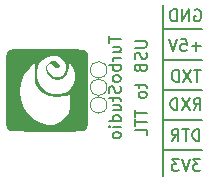
<source format=gbo>
%TF.GenerationSoftware,KiCad,Pcbnew,(6.0.2)*%
%TF.CreationDate,2022-04-27T15:01:22+08:00*%
%TF.ProjectId,USBtoTTL,55534274-6f54-4544-9c2e-6b696361645f,rev?*%
%TF.SameCoordinates,Original*%
%TF.FileFunction,Legend,Bot*%
%TF.FilePolarity,Positive*%
%FSLAX45Y45*%
G04 Gerber Fmt 4.5, Leading zero omitted, Abs format (unit mm)*
G04 Created by KiCad (PCBNEW (6.0.2)) date 2022-04-27 15:01:22*
%MOMM*%
%LPD*%
G01*
G04 APERTURE LIST*
%ADD10C,0.150000*%
%ADD11C,0.203200*%
%ADD12C,0.120000*%
G04 APERTURE END LIST*
D10*
X7940040Y-7284720D02*
X8270240Y-7284720D01*
X7940040Y-7030720D02*
X8270240Y-7030720D01*
X7940040Y-6057900D02*
X7940040Y-7505700D01*
X7940040Y-6261100D02*
X8270240Y-6261100D01*
X7940040Y-6780728D02*
X8270240Y-6780728D01*
X7940040Y-6525260D02*
X8270240Y-6525260D01*
X8204190Y-6101880D02*
X8213714Y-6097118D01*
X8228000Y-6097118D01*
X8242286Y-6101880D01*
X8251809Y-6111404D01*
X8256571Y-6120928D01*
X8261333Y-6139975D01*
X8261333Y-6154261D01*
X8256571Y-6173308D01*
X8251809Y-6182832D01*
X8242286Y-6192356D01*
X8228000Y-6197118D01*
X8218476Y-6197118D01*
X8204190Y-6192356D01*
X8199428Y-6187594D01*
X8199428Y-6154261D01*
X8218476Y-6154261D01*
X8156571Y-6197118D02*
X8156571Y-6097118D01*
X8099428Y-6197118D01*
X8099428Y-6097118D01*
X8051809Y-6197118D02*
X8051809Y-6097118D01*
X8028000Y-6097118D01*
X8013714Y-6101880D01*
X8004190Y-6111404D01*
X7999428Y-6120928D01*
X7994667Y-6139975D01*
X7994667Y-6154261D01*
X7999428Y-6173308D01*
X8004190Y-6182832D01*
X8013714Y-6192356D01*
X8028000Y-6197118D01*
X8051809Y-6197118D01*
X8254190Y-6607658D02*
X8197048Y-6607658D01*
X8225619Y-6707658D02*
X8225619Y-6607658D01*
X8173238Y-6607658D02*
X8106571Y-6707658D01*
X8106571Y-6607658D02*
X8173238Y-6707658D01*
X8068476Y-6707658D02*
X8068476Y-6607658D01*
X8044667Y-6607658D01*
X8030381Y-6612420D01*
X8020857Y-6621944D01*
X8016095Y-6631468D01*
X8011333Y-6650515D01*
X8011333Y-6664801D01*
X8016095Y-6683848D01*
X8020857Y-6693372D01*
X8030381Y-6702896D01*
X8044667Y-6707658D01*
X8068476Y-6707658D01*
D11*
X7475462Y-6321939D02*
X7475462Y-6379996D01*
X7577062Y-6350968D02*
X7475462Y-6350968D01*
X7509328Y-6457406D02*
X7577062Y-6457406D01*
X7509328Y-6413863D02*
X7562548Y-6413863D01*
X7572224Y-6418701D01*
X7577062Y-6428377D01*
X7577062Y-6442891D01*
X7572224Y-6452568D01*
X7567386Y-6457406D01*
X7577062Y-6505787D02*
X7509328Y-6505787D01*
X7528681Y-6505787D02*
X7519005Y-6510625D01*
X7514167Y-6515463D01*
X7509328Y-6525139D01*
X7509328Y-6534815D01*
X7577062Y-6568682D02*
X7475462Y-6568682D01*
X7514167Y-6568682D02*
X7509328Y-6578358D01*
X7509328Y-6597710D01*
X7514167Y-6607387D01*
X7519005Y-6612225D01*
X7528681Y-6617063D01*
X7557709Y-6617063D01*
X7567386Y-6612225D01*
X7572224Y-6607387D01*
X7577062Y-6597710D01*
X7577062Y-6578358D01*
X7572224Y-6568682D01*
X7577062Y-6675120D02*
X7572224Y-6665444D01*
X7567386Y-6660606D01*
X7557709Y-6655768D01*
X7528681Y-6655768D01*
X7519005Y-6660606D01*
X7514167Y-6665444D01*
X7509328Y-6675120D01*
X7509328Y-6689634D01*
X7514167Y-6699310D01*
X7519005Y-6704148D01*
X7528681Y-6708987D01*
X7557709Y-6708987D01*
X7567386Y-6704148D01*
X7572224Y-6699310D01*
X7577062Y-6689634D01*
X7577062Y-6675120D01*
X7572224Y-6747691D02*
X7577062Y-6762206D01*
X7577062Y-6786396D01*
X7572224Y-6796072D01*
X7567386Y-6800910D01*
X7557709Y-6805748D01*
X7548033Y-6805748D01*
X7538357Y-6800910D01*
X7533519Y-6796072D01*
X7528681Y-6786396D01*
X7523843Y-6767044D01*
X7519005Y-6757368D01*
X7514167Y-6752529D01*
X7504490Y-6747691D01*
X7494814Y-6747691D01*
X7485138Y-6752529D01*
X7480300Y-6757368D01*
X7475462Y-6767044D01*
X7475462Y-6791234D01*
X7480300Y-6805748D01*
X7509328Y-6834777D02*
X7509328Y-6873482D01*
X7475462Y-6849291D02*
X7562548Y-6849291D01*
X7572224Y-6854129D01*
X7577062Y-6863806D01*
X7577062Y-6873482D01*
X7509328Y-6950891D02*
X7577062Y-6950891D01*
X7509328Y-6907348D02*
X7562548Y-6907348D01*
X7572224Y-6912187D01*
X7577062Y-6921863D01*
X7577062Y-6936377D01*
X7572224Y-6946053D01*
X7567386Y-6950891D01*
X7577062Y-7042815D02*
X7475462Y-7042815D01*
X7572224Y-7042815D02*
X7577062Y-7033139D01*
X7577062Y-7013787D01*
X7572224Y-7004110D01*
X7567386Y-6999272D01*
X7557709Y-6994434D01*
X7528681Y-6994434D01*
X7519005Y-6999272D01*
X7514167Y-7004110D01*
X7509328Y-7013787D01*
X7509328Y-7033139D01*
X7514167Y-7042815D01*
X7577062Y-7091196D02*
X7509328Y-7091196D01*
X7475462Y-7091196D02*
X7480300Y-7086358D01*
X7485138Y-7091196D01*
X7480300Y-7096034D01*
X7475462Y-7091196D01*
X7485138Y-7091196D01*
X7577062Y-7154091D02*
X7572224Y-7144415D01*
X7567386Y-7139577D01*
X7557709Y-7134739D01*
X7528681Y-7134739D01*
X7519005Y-7139577D01*
X7514167Y-7144415D01*
X7509328Y-7154091D01*
X7509328Y-7168606D01*
X7514167Y-7178282D01*
X7519005Y-7183120D01*
X7528681Y-7187958D01*
X7557709Y-7187958D01*
X7567386Y-7183120D01*
X7572224Y-7178282D01*
X7577062Y-7168606D01*
X7577062Y-7154091D01*
D10*
X8251809Y-7364578D02*
X8189905Y-7364578D01*
X8223238Y-7402673D01*
X8208952Y-7402673D01*
X8199428Y-7407435D01*
X8194667Y-7412197D01*
X8189905Y-7421721D01*
X8189905Y-7445530D01*
X8194667Y-7455054D01*
X8199428Y-7459816D01*
X8208952Y-7464578D01*
X8237524Y-7464578D01*
X8247048Y-7459816D01*
X8251809Y-7455054D01*
X8161333Y-7364578D02*
X8128000Y-7464578D01*
X8094667Y-7364578D01*
X8070857Y-7364578D02*
X8008952Y-7364578D01*
X8042286Y-7402673D01*
X8028000Y-7402673D01*
X8018476Y-7407435D01*
X8013714Y-7412197D01*
X8008952Y-7421721D01*
X8008952Y-7445530D01*
X8013714Y-7455054D01*
X8018476Y-7459816D01*
X8028000Y-7464578D01*
X8056571Y-7464578D01*
X8066095Y-7459816D01*
X8070857Y-7455054D01*
X8194667Y-6948958D02*
X8228000Y-6901339D01*
X8251809Y-6948958D02*
X8251809Y-6848958D01*
X8213714Y-6848958D01*
X8204190Y-6853720D01*
X8199428Y-6858482D01*
X8194667Y-6868006D01*
X8194667Y-6882291D01*
X8199428Y-6891815D01*
X8204190Y-6896577D01*
X8213714Y-6901339D01*
X8251809Y-6901339D01*
X8161333Y-6848958D02*
X8094667Y-6948958D01*
X8094667Y-6848958D02*
X8161333Y-6948958D01*
X8056571Y-6948958D02*
X8056571Y-6848958D01*
X8032762Y-6848958D01*
X8018476Y-6853720D01*
X8008952Y-6863244D01*
X8004190Y-6872768D01*
X7999428Y-6891815D01*
X7999428Y-6906101D01*
X8004190Y-6925148D01*
X8008952Y-6934672D01*
X8018476Y-6944196D01*
X8032762Y-6948958D01*
X8056571Y-6948958D01*
D11*
X7697318Y-6363543D02*
X7778270Y-6363543D01*
X7787794Y-6368305D01*
X7792556Y-6373067D01*
X7797318Y-6382590D01*
X7797318Y-6401638D01*
X7792556Y-6411162D01*
X7787794Y-6415924D01*
X7778270Y-6420686D01*
X7697318Y-6420686D01*
X7792556Y-6463543D02*
X7797318Y-6477828D01*
X7797318Y-6501638D01*
X7792556Y-6511162D01*
X7787794Y-6515924D01*
X7778270Y-6520686D01*
X7768747Y-6520686D01*
X7759223Y-6515924D01*
X7754461Y-6511162D01*
X7749699Y-6501638D01*
X7744937Y-6482590D01*
X7740175Y-6473067D01*
X7735413Y-6468305D01*
X7725889Y-6463543D01*
X7716366Y-6463543D01*
X7706842Y-6468305D01*
X7702080Y-6473067D01*
X7697318Y-6482590D01*
X7697318Y-6506400D01*
X7702080Y-6520686D01*
X7744937Y-6596876D02*
X7749699Y-6611162D01*
X7754461Y-6615924D01*
X7763985Y-6620686D01*
X7778270Y-6620686D01*
X7787794Y-6615924D01*
X7792556Y-6611162D01*
X7797318Y-6601638D01*
X7797318Y-6563543D01*
X7697318Y-6563543D01*
X7697318Y-6596876D01*
X7702080Y-6606400D01*
X7706842Y-6611162D01*
X7716366Y-6615924D01*
X7725889Y-6615924D01*
X7735413Y-6611162D01*
X7740175Y-6606400D01*
X7744937Y-6596876D01*
X7744937Y-6563543D01*
X7730651Y-6725448D02*
X7730651Y-6763543D01*
X7697318Y-6739733D02*
X7783032Y-6739733D01*
X7792556Y-6744495D01*
X7797318Y-6754019D01*
X7797318Y-6763543D01*
X7797318Y-6811162D02*
X7792556Y-6801638D01*
X7787794Y-6796876D01*
X7778270Y-6792114D01*
X7749699Y-6792114D01*
X7740175Y-6796876D01*
X7735413Y-6801638D01*
X7730651Y-6811162D01*
X7730651Y-6825448D01*
X7735413Y-6834971D01*
X7740175Y-6839733D01*
X7749699Y-6844495D01*
X7778270Y-6844495D01*
X7787794Y-6839733D01*
X7792556Y-6834971D01*
X7797318Y-6825448D01*
X7797318Y-6811162D01*
X7697318Y-6949257D02*
X7697318Y-7006400D01*
X7797318Y-6977828D02*
X7697318Y-6977828D01*
X7697318Y-7025448D02*
X7697318Y-7082590D01*
X7797318Y-7054019D02*
X7697318Y-7054019D01*
X7797318Y-7163543D02*
X7797318Y-7115924D01*
X7697318Y-7115924D01*
D10*
X8242286Y-7210578D02*
X8242286Y-7110578D01*
X8218476Y-7110578D01*
X8204190Y-7115340D01*
X8194667Y-7124864D01*
X8189905Y-7134388D01*
X8185143Y-7153435D01*
X8185143Y-7167721D01*
X8189905Y-7186768D01*
X8194667Y-7196292D01*
X8204190Y-7205816D01*
X8218476Y-7210578D01*
X8242286Y-7210578D01*
X8156571Y-7110578D02*
X8099428Y-7110578D01*
X8128000Y-7210578D02*
X8128000Y-7110578D01*
X8008952Y-7210578D02*
X8042286Y-7162959D01*
X8066095Y-7210578D02*
X8066095Y-7110578D01*
X8028000Y-7110578D01*
X8018476Y-7115340D01*
X8013714Y-7120102D01*
X8008952Y-7129626D01*
X8008952Y-7143911D01*
X8013714Y-7153435D01*
X8018476Y-7158197D01*
X8028000Y-7162959D01*
X8066095Y-7162959D01*
X8256571Y-6410483D02*
X8180381Y-6410483D01*
X8218476Y-6448578D02*
X8218476Y-6372388D01*
X8085143Y-6348578D02*
X8132762Y-6348578D01*
X8137524Y-6396197D01*
X8132762Y-6391435D01*
X8123238Y-6386673D01*
X8099428Y-6386673D01*
X8089905Y-6391435D01*
X8085143Y-6396197D01*
X8080381Y-6405721D01*
X8080381Y-6429530D01*
X8085143Y-6439054D01*
X8089905Y-6443816D01*
X8099428Y-6448578D01*
X8123238Y-6448578D01*
X8132762Y-6443816D01*
X8137524Y-6439054D01*
X8051809Y-6348578D02*
X8018476Y-6448578D01*
X7985143Y-6348578D01*
D12*
%TO.C,TP3*%
X7461400Y-6756400D02*
G75*
G03*
X7461400Y-6756400I-70000J0D01*
G01*
%TO.C,TP2*%
X7461400Y-6906260D02*
G75*
G03*
X7461400Y-6906260I-70000J0D01*
G01*
%TO.C,TP1*%
X7461400Y-6609080D02*
G75*
G03*
X7461400Y-6609080I-70000J0D01*
G01*
%TO.C,G\u002A\u002A\u002A*%
G36*
X6952618Y-6431455D02*
G01*
X6956387Y-6431455D01*
X6991496Y-6431506D01*
X7047798Y-6431588D01*
X7119877Y-6432059D01*
X7175097Y-6433006D01*
X7215930Y-6434562D01*
X7244848Y-6436861D01*
X7264325Y-6440040D01*
X7276832Y-6444233D01*
X7284843Y-6449574D01*
X7287924Y-6452654D01*
X7293130Y-6460599D01*
X7297151Y-6472969D01*
X7300138Y-6492261D01*
X7302243Y-6520971D01*
X7303617Y-6561593D01*
X7304411Y-6616625D01*
X7304777Y-6688561D01*
X7304865Y-6779898D01*
X7304865Y-6783667D01*
X7304732Y-6875078D01*
X7304260Y-6947157D01*
X7303314Y-7002377D01*
X7301758Y-7043210D01*
X7299458Y-7072128D01*
X7296280Y-7091605D01*
X7292087Y-7104112D01*
X7286745Y-7112123D01*
X7283666Y-7115204D01*
X7275721Y-7120410D01*
X7263351Y-7124431D01*
X7244059Y-7127418D01*
X7215349Y-7129523D01*
X7174726Y-7130897D01*
X7119695Y-7131691D01*
X7047759Y-7132057D01*
X6956422Y-7132145D01*
X6952653Y-7132145D01*
X6861242Y-7132012D01*
X6789163Y-7131540D01*
X6733943Y-7130594D01*
X6693110Y-7129038D01*
X6664191Y-7126738D01*
X6644715Y-7123560D01*
X6632207Y-7119367D01*
X6624197Y-7114025D01*
X6621116Y-7110946D01*
X6615910Y-7103001D01*
X6611889Y-7090631D01*
X6608902Y-7071339D01*
X6606797Y-7042629D01*
X6605423Y-7002006D01*
X6604629Y-6946975D01*
X6604263Y-6875039D01*
X6604185Y-6793582D01*
X6723968Y-6793582D01*
X6731004Y-6864686D01*
X6756631Y-6930336D01*
X6756844Y-6930706D01*
X6798274Y-6987141D01*
X6848537Y-7031052D01*
X6903979Y-7060992D01*
X6960949Y-7075514D01*
X7015793Y-7073169D01*
X7064860Y-7052509D01*
X7067644Y-7050579D01*
X7099768Y-7022560D01*
X7126695Y-6990675D01*
X7138535Y-6969938D01*
X7148700Y-6935371D01*
X7151589Y-6888701D01*
X7151589Y-6823668D01*
X7105059Y-6832203D01*
X7036631Y-6839206D01*
X6974967Y-6831199D01*
X6923979Y-6806206D01*
X6881185Y-6763466D01*
X6877860Y-6759053D01*
X6863271Y-6736567D01*
X6855016Y-6713674D01*
X6851346Y-6683219D01*
X6850511Y-6638050D01*
X6850511Y-6623212D01*
X6867169Y-6623212D01*
X6868887Y-6674256D01*
X6884760Y-6723234D01*
X6914605Y-6765562D01*
X6958243Y-6796658D01*
X6994194Y-6809534D01*
X7050189Y-6814714D01*
X7102455Y-6803124D01*
X7146317Y-6776082D01*
X7177099Y-6734908D01*
X7190983Y-6694312D01*
X7192614Y-6638750D01*
X7173605Y-6587468D01*
X7159852Y-6567035D01*
X7145242Y-6553744D01*
X7137933Y-6560807D01*
X7138331Y-6588217D01*
X7135381Y-6622064D01*
X7116191Y-6658321D01*
X7084649Y-6684284D01*
X7045765Y-6694214D01*
X7045228Y-6694212D01*
X7007829Y-6685973D01*
X6976888Y-6664894D01*
X6954917Y-6635717D01*
X6944423Y-6603186D01*
X6947916Y-6572043D01*
X6967904Y-6547033D01*
X6985107Y-6536989D01*
X7018178Y-6531408D01*
X7046798Y-6547194D01*
X7057788Y-6560165D01*
X7062351Y-6579250D01*
X7046179Y-6592258D01*
X7030458Y-6591772D01*
X7008893Y-6573294D01*
X6999057Y-6561292D01*
X6986070Y-6554233D01*
X6971271Y-6562562D01*
X6964930Y-6569023D01*
X6956632Y-6593788D01*
X6964119Y-6621158D01*
X6984113Y-6646474D01*
X7013337Y-6665080D01*
X7048512Y-6672317D01*
X7060855Y-6671831D01*
X7084892Y-6663494D01*
X7102040Y-6640016D01*
X7113340Y-6612532D01*
X7117168Y-6568435D01*
X7100665Y-6531361D01*
X7064222Y-6502732D01*
X7030432Y-6489613D01*
X6991496Y-6488790D01*
X6946671Y-6504480D01*
X6906925Y-6533255D01*
X6879788Y-6574684D01*
X6867169Y-6623212D01*
X6850511Y-6623212D01*
X6850511Y-6552887D01*
X6813589Y-6587968D01*
X6806523Y-6594937D01*
X6762516Y-6653968D01*
X6734735Y-6721763D01*
X6723968Y-6793582D01*
X6604185Y-6793582D01*
X6604175Y-6783702D01*
X6604175Y-6779933D01*
X6604308Y-6688522D01*
X6604779Y-6616443D01*
X6605726Y-6561223D01*
X6607282Y-6520390D01*
X6609581Y-6491471D01*
X6612760Y-6471995D01*
X6616953Y-6459487D01*
X6622294Y-6451477D01*
X6625374Y-6448396D01*
X6633319Y-6443190D01*
X6645689Y-6439169D01*
X6664981Y-6436182D01*
X6693691Y-6434077D01*
X6734313Y-6432703D01*
X6789345Y-6431909D01*
X6850511Y-6431598D01*
X6861281Y-6431543D01*
X6952618Y-6431455D01*
G37*
%TD*%
M02*

</source>
